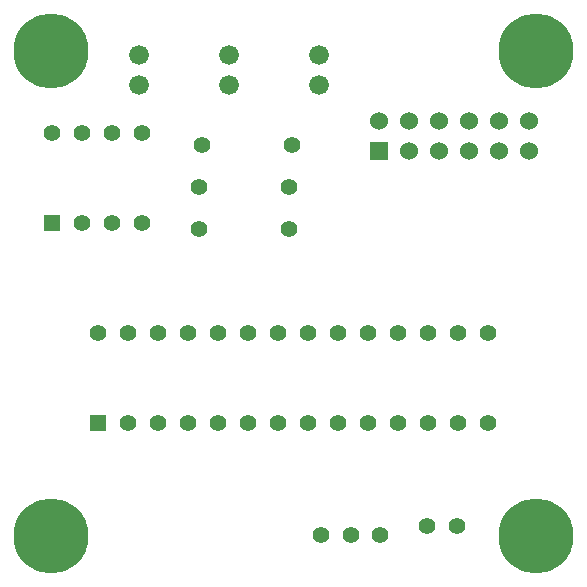
<source format=gts>
G04 (created by PCBNEW (2013-05-31 BZR 4019)-stable) date 9/25/2013 9:25:24 PM*
%MOIN*%
G04 Gerber Fmt 3.4, Leading zero omitted, Abs format*
%FSLAX34Y34*%
G01*
G70*
G90*
G04 APERTURE LIST*
%ADD10C,0.00590551*%
%ADD11C,0.25*%
%ADD12C,0.055*%
%ADD13R,0.055X0.055*%
%ADD14C,0.066*%
%ADD15R,0.06X0.06*%
%ADD16C,0.06*%
G04 APERTURE END LIST*
G54D10*
G54D11*
X35433Y-31496D03*
X19291Y-15354D03*
X35433Y-15354D03*
X19291Y-31496D03*
G54D12*
X21856Y-27759D03*
X22856Y-27759D03*
X23856Y-27759D03*
X24856Y-27759D03*
X25856Y-27759D03*
X26856Y-27759D03*
X27856Y-27759D03*
X28856Y-27759D03*
X29856Y-27759D03*
X30856Y-27759D03*
X31856Y-27759D03*
X32856Y-27759D03*
X33856Y-27759D03*
G54D13*
X20856Y-27759D03*
G54D12*
X33856Y-24759D03*
X32856Y-24759D03*
X31856Y-24759D03*
X30856Y-24759D03*
X29856Y-24759D03*
X28856Y-24759D03*
X27856Y-24759D03*
X26856Y-24759D03*
X25856Y-24759D03*
X24856Y-24759D03*
X23856Y-24759D03*
X22856Y-24759D03*
X21856Y-24759D03*
X20856Y-24759D03*
X30250Y-31479D03*
X28282Y-31479D03*
X29266Y-31479D03*
X27316Y-18479D03*
X24316Y-18479D03*
X27216Y-19879D03*
X24216Y-19879D03*
X27216Y-21279D03*
X24216Y-21279D03*
G54D14*
X22216Y-15479D03*
X22216Y-16479D03*
X25216Y-15479D03*
X25216Y-16479D03*
X28216Y-15479D03*
X28216Y-16479D03*
G54D13*
X19316Y-21079D03*
G54D12*
X20316Y-21079D03*
X21316Y-21079D03*
X22316Y-21079D03*
X22316Y-18079D03*
X21316Y-18079D03*
X20316Y-18079D03*
X19316Y-18079D03*
G54D15*
X30216Y-18679D03*
G54D16*
X30216Y-17679D03*
X31216Y-18679D03*
X31216Y-17679D03*
X32216Y-18679D03*
X32216Y-17679D03*
X33216Y-18679D03*
X33216Y-17679D03*
X34216Y-18679D03*
X34216Y-17679D03*
X35216Y-18679D03*
X35216Y-17679D03*
G54D12*
X31816Y-31179D03*
X32816Y-31179D03*
M02*

</source>
